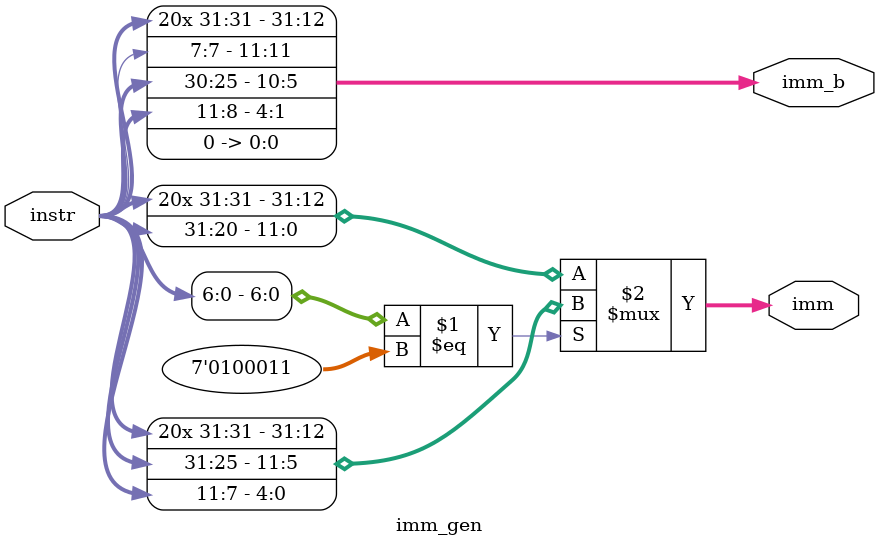
<source format=v>
`timescale 1ns / 1ps

module imm_gen(
    input wire [31:0] instr,
    output wire [31:0] imm,
    output wire [31:0] imm_b
);

    // B-type immediate
    
    assign imm_b = {{20{instr[31]}}, instr[7], instr[30:25], instr[11:8], 1'b0};

    // I-type or S-type immediate
    assign imm = (instr[6:0] == 7'b0100011) ?   // S-type
                 {{20{instr[31]}}, instr[31:25], instr[11:7]} :
                 {{20{instr[31]}}, instr[31:20]};              // I-type

endmodule

</source>
